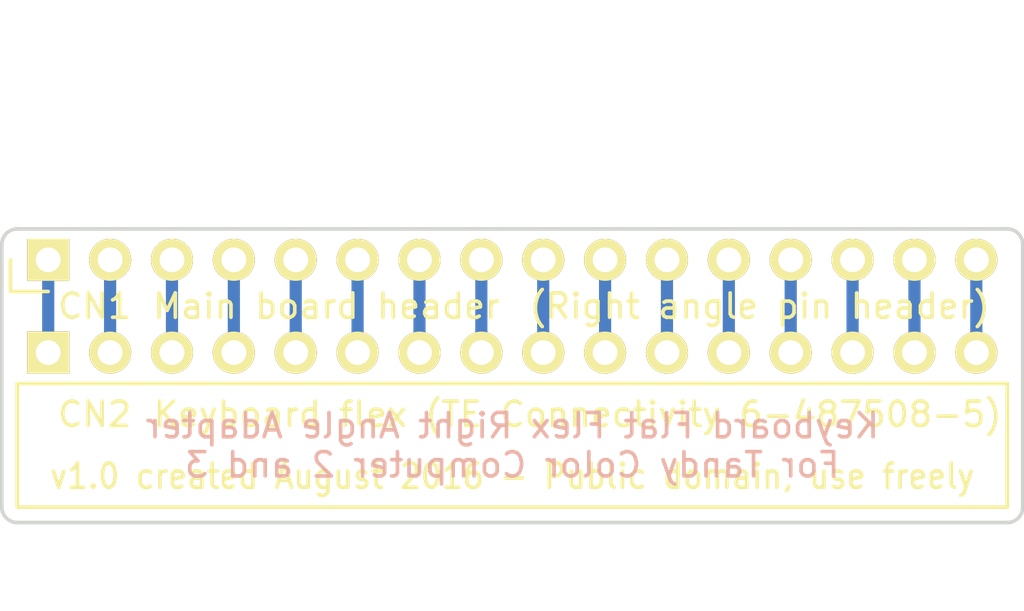
<source format=kicad_pcb>
(kicad_pcb (version 4) (host pcbnew 4.0.2-stable)

  (general
    (links 16)
    (no_connects 0)
    (area 145.339999 98.984999 187.400001 111.200001)
    (thickness 1.6)
    (drawings 12)
    (tracks 16)
    (zones 0)
    (modules 2)
    (nets 17)
  )

  (page A4)
  (layers
    (0 F.Cu signal)
    (31 B.Cu signal)
    (32 B.Adhes user)
    (33 F.Adhes user)
    (34 B.Paste user)
    (35 F.Paste user)
    (36 B.SilkS user)
    (37 F.SilkS user)
    (38 B.Mask user)
    (39 F.Mask user)
    (40 Dwgs.User user)
    (41 Cmts.User user)
    (42 Eco1.User user)
    (43 Eco2.User user)
    (44 Edge.Cuts user)
    (45 Margin user)
    (46 B.CrtYd user)
    (47 F.CrtYd user)
    (48 B.Fab user)
    (49 F.Fab user)
  )

  (setup
    (last_trace_width 0.5)
    (trace_clearance 0.5)
    (zone_clearance 0.508)
    (zone_45_only no)
    (trace_min 0.5)
    (segment_width 0.2)
    (edge_width 0.15)
    (via_size 0.6)
    (via_drill 0.4)
    (via_min_size 0.4)
    (via_min_drill 0.3)
    (uvia_size 0.3)
    (uvia_drill 0.1)
    (uvias_allowed no)
    (uvia_min_size 0.2)
    (uvia_min_drill 0.1)
    (pcb_text_width 0.3)
    (pcb_text_size 1.5 1.5)
    (mod_edge_width 0.15)
    (mod_text_size 1 1)
    (mod_text_width 0.15)
    (pad_size 1.524 1.524)
    (pad_drill 0.762)
    (pad_to_mask_clearance 0.2)
    (aux_axis_origin 0 0)
    (grid_origin 166.37 101.6)
    (visible_elements 7FFFFFFF)
    (pcbplotparams
      (layerselection 0x00030_80000001)
      (usegerberextensions false)
      (excludeedgelayer true)
      (linewidth 0.100000)
      (plotframeref false)
      (viasonmask false)
      (mode 1)
      (useauxorigin false)
      (hpglpennumber 1)
      (hpglpenspeed 20)
      (hpglpendiameter 15)
      (hpglpenoverlay 2)
      (psnegative false)
      (psa4output false)
      (plotreference true)
      (plotvalue true)
      (plotinvisibletext false)
      (padsonsilk false)
      (subtractmaskfromsilk false)
      (outputformat 1)
      (mirror false)
      (drillshape 1)
      (scaleselection 1)
      (outputdirectory ""))
  )

  (net 0 "")
  (net 1 "Net-(CN1-Pad1)")
  (net 2 "Net-(CN1-Pad2)")
  (net 3 "Net-(CN1-Pad3)")
  (net 4 "Net-(CN1-Pad4)")
  (net 5 "Net-(CN1-Pad5)")
  (net 6 "Net-(CN1-Pad6)")
  (net 7 "Net-(CN1-Pad7)")
  (net 8 "Net-(CN1-Pad8)")
  (net 9 "Net-(CN1-Pad9)")
  (net 10 "Net-(CN1-Pad10)")
  (net 11 "Net-(CN1-Pad11)")
  (net 12 "Net-(CN1-Pad12)")
  (net 13 "Net-(CN1-Pad13)")
  (net 14 "Net-(CN1-Pad14)")
  (net 15 "Net-(CN1-Pad15)")
  (net 16 "Net-(CN1-Pad16)")

  (net_class Default "This is the default net class."
    (clearance 0.5)
    (trace_width 0.5)
    (via_dia 0.6)
    (via_drill 0.4)
    (uvia_dia 0.3)
    (uvia_drill 0.1)
    (add_net "Net-(CN1-Pad1)")
    (add_net "Net-(CN1-Pad10)")
    (add_net "Net-(CN1-Pad11)")
    (add_net "Net-(CN1-Pad12)")
    (add_net "Net-(CN1-Pad13)")
    (add_net "Net-(CN1-Pad14)")
    (add_net "Net-(CN1-Pad15)")
    (add_net "Net-(CN1-Pad16)")
    (add_net "Net-(CN1-Pad2)")
    (add_net "Net-(CN1-Pad3)")
    (add_net "Net-(CN1-Pad4)")
    (add_net "Net-(CN1-Pad5)")
    (add_net "Net-(CN1-Pad6)")
    (add_net "Net-(CN1-Pad7)")
    (add_net "Net-(CN1-Pad8)")
    (add_net "Net-(CN1-Pad9)")
  )

  (module Pin_Headers:Pin_Header_Angled_1x16 (layer F.Cu) (tedit 57A82155) (tstamp 57A812AE)
    (at 147.32 100.33 90)
    (descr "Through hole pin header")
    (tags "pin header")
    (path /57A74F11)
    (fp_text reference CN1 (at -1.905 1.905 180) (layer F.SilkS)
      (effects (font (size 1 1) (thickness 0.15)))
    )
    (fp_text value "Main board header" (at -1.905 11.43 180) (layer F.SilkS)
      (effects (font (size 1 1) (thickness 0.15)))
    )
    (fp_line (start -1.5 -1.75) (end -1.5 39.85) (layer F.CrtYd) (width 0.05))
    (fp_line (start 10.65 -1.75) (end 10.65 39.85) (layer F.CrtYd) (width 0.05))
    (fp_line (start -1.5 -1.75) (end 10.65 -1.75) (layer F.CrtYd) (width 0.05))
    (fp_line (start -1.5 39.85) (end 10.65 39.85) (layer F.CrtYd) (width 0.05))
    (fp_line (start -1.3 -1.55) (end -1.3 0) (layer F.SilkS) (width 0.15))
    (fp_line (start 0 -1.55) (end -1.3 -1.55) (layer F.SilkS) (width 0.15))
    (pad 1 thru_hole rect (at 0 0 90) (size 1.7272 1.7272) (drill 1.016) (layers *.Cu *.Mask F.SilkS)
      (net 1 "Net-(CN1-Pad1)"))
    (pad 2 thru_hole circle (at 0 2.54 90) (size 1.7272 1.7272) (drill 1.016) (layers *.Cu *.Mask F.SilkS)
      (net 2 "Net-(CN1-Pad2)"))
    (pad 3 thru_hole circle (at 0 5.08 90) (size 1.7272 1.7272) (drill 1.016) (layers *.Cu *.Mask F.SilkS)
      (net 3 "Net-(CN1-Pad3)"))
    (pad 4 thru_hole circle (at 0 7.62 90) (size 1.7272 1.7272) (drill 1.016) (layers *.Cu *.Mask F.SilkS)
      (net 4 "Net-(CN1-Pad4)"))
    (pad 5 thru_hole circle (at 0 10.16 90) (size 1.7272 1.7272) (drill 1.016) (layers *.Cu *.Mask F.SilkS)
      (net 5 "Net-(CN1-Pad5)"))
    (pad 6 thru_hole circle (at 0 12.7 90) (size 1.7272 1.7272) (drill 1.016) (layers *.Cu *.Mask F.SilkS)
      (net 6 "Net-(CN1-Pad6)"))
    (pad 7 thru_hole circle (at 0 15.24 90) (size 1.7272 1.7272) (drill 1.016) (layers *.Cu *.Mask F.SilkS)
      (net 7 "Net-(CN1-Pad7)"))
    (pad 8 thru_hole circle (at 0 17.78 90) (size 1.7272 1.7272) (drill 1.016) (layers *.Cu *.Mask F.SilkS)
      (net 8 "Net-(CN1-Pad8)"))
    (pad 9 thru_hole circle (at 0 20.32 90) (size 1.7272 1.7272) (drill 1.016) (layers *.Cu *.Mask F.SilkS)
      (net 9 "Net-(CN1-Pad9)"))
    (pad 10 thru_hole circle (at 0 22.86 90) (size 1.7272 1.7272) (drill 1.016) (layers *.Cu *.Mask F.SilkS)
      (net 10 "Net-(CN1-Pad10)"))
    (pad 11 thru_hole circle (at 0 25.4 90) (size 1.7272 1.7272) (drill 1.016) (layers *.Cu *.Mask F.SilkS)
      (net 11 "Net-(CN1-Pad11)"))
    (pad 12 thru_hole circle (at 0 27.94 90) (size 1.7272 1.7272) (drill 1.016) (layers *.Cu *.Mask F.SilkS)
      (net 12 "Net-(CN1-Pad12)"))
    (pad 13 thru_hole circle (at 0 30.48 90) (size 1.7272 1.7272) (drill 1.016) (layers *.Cu *.Mask F.SilkS)
      (net 13 "Net-(CN1-Pad13)"))
    (pad 14 thru_hole circle (at 0 33.02 90) (size 1.7272 1.7272) (drill 1.016) (layers *.Cu *.Mask F.SilkS)
      (net 14 "Net-(CN1-Pad14)"))
    (pad 15 thru_hole circle (at 0 35.56 90) (size 1.7272 1.7272) (drill 1.016) (layers *.Cu *.Mask F.SilkS)
      (net 15 "Net-(CN1-Pad15)"))
    (pad 16 thru_hole circle (at 0 38.1 90) (size 1.7272 1.7272) (drill 1.016) (layers *.Cu *.Mask F.SilkS)
      (net 16 "Net-(CN1-Pad16)"))
    (model Pin_Headers.3dshapes/Pin_Header_Angled_1x16.wrl
      (at (xyz 0.05 -0.75 0.163))
      (scale (xyz 1 1 1))
      (rotate (xyz 90 0 -90))
    )
  )

  (module Socket_Strips:Socket_Strip_Angled_1x16 (layer F.Cu) (tedit 57A82180) (tstamp 57A753AE)
    (at 147.32 104.14)
    (descr "Through hole socket strip")
    (tags "socket strip")
    (path /57A74F53)
    (fp_text reference CN2 (at 1.905 2.54) (layer F.SilkS)
      (effects (font (size 1 1) (thickness 0.15)))
    )
    (fp_text value "Keyboard flex" (at 9.525 2.54) (layer F.SilkS)
      (effects (font (size 1 1) (thickness 0.15)))
    )
    (fp_line (start -1.27 1.27) (end -1.27 6.35) (layer F.SilkS) (width 0.15))
    (fp_line (start -1.27 6.35) (end 39.37 6.35) (layer F.SilkS) (width 0.15))
    (fp_line (start 39.37 6.35) (end 39.37 1.27) (layer F.SilkS) (width 0.15))
    (fp_line (start -1.75 -1.5) (end -1.75 10.6) (layer F.CrtYd) (width 0.05))
    (fp_line (start 39.85 -1.5) (end 39.85 10.6) (layer F.CrtYd) (width 0.05))
    (fp_line (start -1.75 -1.5) (end 39.85 -1.5) (layer F.CrtYd) (width 0.05))
    (fp_line (start -1.75 10.6) (end 39.85 10.6) (layer F.CrtYd) (width 0.05))
    (fp_line (start 13.97 1.27) (end 16.51 1.27) (layer F.SilkS) (width 0.15))
    (fp_line (start 16.51 1.27) (end 19.05 1.27) (layer F.SilkS) (width 0.15))
    (fp_line (start 19.05 1.27) (end 21.59 1.27) (layer F.SilkS) (width 0.15))
    (fp_line (start 21.59 1.27) (end 24.13 1.27) (layer F.SilkS) (width 0.15))
    (fp_line (start 24.13 1.27) (end 26.67 1.27) (layer F.SilkS) (width 0.15))
    (fp_line (start 26.67 1.27) (end 29.21 1.27) (layer F.SilkS) (width 0.15))
    (fp_line (start 29.21 1.27) (end 31.75 1.27) (layer F.SilkS) (width 0.15))
    (fp_line (start 31.75 1.27) (end 34.29 1.27) (layer F.SilkS) (width 0.15))
    (fp_line (start 34.29 1.27) (end 36.83 1.27) (layer F.SilkS) (width 0.15))
    (fp_line (start 36.83 1.27) (end 39.37 1.27) (layer F.SilkS) (width 0.15))
    (fp_line (start 11.43 1.27) (end 13.97 1.27) (layer F.SilkS) (width 0.15))
    (fp_line (start 8.89 1.27) (end 11.43 1.27) (layer F.SilkS) (width 0.15))
    (fp_line (start 6.35 1.27) (end 8.89 1.27) (layer F.SilkS) (width 0.15))
    (fp_line (start 3.81 1.27) (end 6.35 1.27) (layer F.SilkS) (width 0.15))
    (fp_line (start 1.27 1.27) (end 3.81 1.27) (layer F.SilkS) (width 0.15))
    (fp_line (start -1.27 1.27) (end 1.27 1.27) (layer F.SilkS) (width 0.15))
    (pad 1 thru_hole rect (at 0 0) (size 1.7272 1.7272) (drill 1.016) (layers *.Cu *.Mask F.SilkS)
      (net 1 "Net-(CN1-Pad1)"))
    (pad 2 thru_hole circle (at 2.54 0) (size 1.7272 1.7272) (drill 1.016) (layers *.Cu *.Mask F.SilkS)
      (net 2 "Net-(CN1-Pad2)"))
    (pad 3 thru_hole circle (at 5.08 0) (size 1.7272 1.7272) (drill 1.016) (layers *.Cu *.Mask F.SilkS)
      (net 3 "Net-(CN1-Pad3)"))
    (pad 4 thru_hole circle (at 7.62 0) (size 1.7272 1.7272) (drill 1.016) (layers *.Cu *.Mask F.SilkS)
      (net 4 "Net-(CN1-Pad4)"))
    (pad 5 thru_hole circle (at 10.16 0) (size 1.7272 1.7272) (drill 1.016) (layers *.Cu *.Mask F.SilkS)
      (net 5 "Net-(CN1-Pad5)"))
    (pad 6 thru_hole circle (at 12.7 0) (size 1.7272 1.7272) (drill 1.016) (layers *.Cu *.Mask F.SilkS)
      (net 6 "Net-(CN1-Pad6)"))
    (pad 7 thru_hole circle (at 15.24 0) (size 1.7272 1.7272) (drill 1.016) (layers *.Cu *.Mask F.SilkS)
      (net 7 "Net-(CN1-Pad7)"))
    (pad 8 thru_hole circle (at 17.78 0) (size 1.7272 1.7272) (drill 1.016) (layers *.Cu *.Mask F.SilkS)
      (net 8 "Net-(CN1-Pad8)"))
    (pad 9 thru_hole circle (at 20.32 0) (size 1.7272 1.7272) (drill 1.016) (layers *.Cu *.Mask F.SilkS)
      (net 9 "Net-(CN1-Pad9)"))
    (pad 10 thru_hole circle (at 22.86 0) (size 1.7272 1.7272) (drill 1.016) (layers *.Cu *.Mask F.SilkS)
      (net 10 "Net-(CN1-Pad10)"))
    (pad 11 thru_hole circle (at 25.4 0) (size 1.7272 1.7272) (drill 1.016) (layers *.Cu *.Mask F.SilkS)
      (net 11 "Net-(CN1-Pad11)"))
    (pad 12 thru_hole circle (at 27.94 0) (size 1.7272 1.7272) (drill 1.016) (layers *.Cu *.Mask F.SilkS)
      (net 12 "Net-(CN1-Pad12)"))
    (pad 13 thru_hole circle (at 30.48 0) (size 1.7272 1.7272) (drill 1.016) (layers *.Cu *.Mask F.SilkS)
      (net 13 "Net-(CN1-Pad13)"))
    (pad 14 thru_hole circle (at 33.02 0) (size 1.7272 1.7272) (drill 1.016) (layers *.Cu *.Mask F.SilkS)
      (net 14 "Net-(CN1-Pad14)"))
    (pad 15 thru_hole circle (at 35.56 0) (size 1.7272 1.7272) (drill 1.016) (layers *.Cu *.Mask F.SilkS)
      (net 15 "Net-(CN1-Pad15)"))
    (pad 16 thru_hole circle (at 38.1 0) (size 1.7272 1.7272) (drill 1.016) (layers *.Cu *.Mask F.SilkS)
      (net 16 "Net-(CN1-Pad16)"))
    (model Socket_Strips.3dshapes/Socket_Strip_Angled_1x16.wrl
      (at (xyz 0.75 0 0))
      (scale (xyz 1 1 1))
      (rotate (xyz 0 0 180))
    )
  )

  (gr_text "v1.0 created August 2016 - Public domain, use freely" (at 166.37 109.22) (layer F.SilkS)
    (effects (font (size 1 0.9) (thickness 0.15)))
  )
  (gr_text "(Right angle pin header)" (at 176.53 102.235) (layer F.SilkS)
    (effects (font (size 1 1) (thickness 0.15)))
  )
  (gr_line (start 145.415 99.695) (end 145.415 110.49) (angle 90) (layer Edge.Cuts) (width 0.15))
  (gr_line (start 187.325 110.49) (end 187.325 99.695) (angle 90) (layer Edge.Cuts) (width 0.15))
  (gr_line (start 146.05 111.125) (end 186.69 111.125) (angle 90) (layer Edge.Cuts) (width 0.15))
  (gr_arc (start 186.69 110.49) (end 187.325 110.49) (angle 90) (layer Edge.Cuts) (width 0.15))
  (gr_arc (start 146.05 110.49) (end 146.05 111.125) (angle 90) (layer Edge.Cuts) (width 0.15))
  (gr_line (start 146.05 99.06) (end 186.69 99.06) (angle 90) (layer Edge.Cuts) (width 0.15))
  (gr_arc (start 186.69 99.695) (end 186.69 99.06) (angle 90) (layer Edge.Cuts) (width 0.15))
  (gr_arc (start 146.05 99.695) (end 145.415 99.695) (angle 90) (layer Edge.Cuts) (width 0.15))
  (gr_text "(TE Connectivity 6-487508-5)" (at 174.625 106.68) (layer F.SilkS)
    (effects (font (size 1 1) (thickness 0.15)))
  )
  (gr_text "Keyboard Flat Flex Right Angle Adapter\nFor Tandy Color Computer 2 and 3" (at 166.37 107.95) (layer B.SilkS)
    (effects (font (size 1 1) (thickness 0.15)) (justify mirror))
  )

  (segment (start 147.32 100.33) (end 147.32 104.14) (width 0.5) (layer B.Cu) (net 1))
  (segment (start 149.86 104.14) (end 149.86 100.33) (width 0.5) (layer B.Cu) (net 2))
  (segment (start 152.4 100.33) (end 152.4 104.14) (width 0.5) (layer B.Cu) (net 3))
  (segment (start 154.94 104.14) (end 154.94 100.33) (width 0.5) (layer B.Cu) (net 4))
  (segment (start 157.48 100.33) (end 157.48 104.14) (width 0.5) (layer B.Cu) (net 5))
  (segment (start 160.02 104.14) (end 160.02 100.33) (width 0.5) (layer B.Cu) (net 6))
  (segment (start 162.56 100.33) (end 162.56 104.14) (width 0.5) (layer B.Cu) (net 7))
  (segment (start 165.1 104.14) (end 165.1 100.33) (width 0.5) (layer B.Cu) (net 8))
  (segment (start 167.64 100.33) (end 167.64 104.14) (width 0.5) (layer B.Cu) (net 9))
  (segment (start 170.18 104.14) (end 170.18 100.33) (width 0.5) (layer B.Cu) (net 10))
  (segment (start 172.72 100.33) (end 172.72 104.14) (width 0.5) (layer B.Cu) (net 11))
  (segment (start 175.26 104.14) (end 175.26 100.33) (width 0.5) (layer B.Cu) (net 12))
  (segment (start 177.8 100.33) (end 177.8 104.14) (width 0.5) (layer B.Cu) (net 13))
  (segment (start 180.34 104.14) (end 180.34 100.33) (width 0.5) (layer B.Cu) (net 14))
  (segment (start 182.88 100.33) (end 182.88 104.14) (width 0.5) (layer B.Cu) (net 15))
  (segment (start 185.42 104.14) (end 185.42 100.33) (width 0.5) (layer B.Cu) (net 16))

)

</source>
